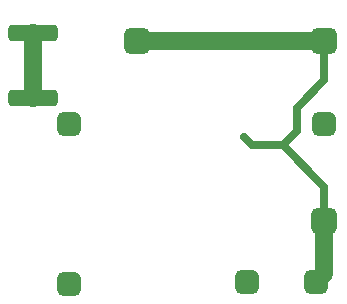
<source format=gbl>
G04 Layer_Physical_Order=2*
G04 Layer_Color=16711680*
%FSLAX44Y44*%
%MOMM*%
G71*
G01*
G75*
G04:AMPARAMS|DCode=12|XSize=4.2mm|YSize=1.4mm|CornerRadius=0.35mm|HoleSize=0mm|Usage=FLASHONLY|Rotation=0.000|XOffset=0mm|YOffset=0mm|HoleType=Round|Shape=RoundedRectangle|*
%AMROUNDEDRECTD12*
21,1,4.2000,0.7000,0,0,0.0*
21,1,3.5000,1.4000,0,0,0.0*
1,1,0.7000,1.7500,-0.3500*
1,1,0.7000,-1.7500,-0.3500*
1,1,0.7000,-1.7500,0.3500*
1,1,0.7000,1.7500,0.3500*
%
%ADD12ROUNDEDRECTD12*%
%ADD16C,0.7000*%
%ADD20C,1.5000*%
G04:AMPARAMS|DCode=21|XSize=2.2mm|YSize=2.2mm|CornerRadius=0.55mm|HoleSize=0mm|Usage=FLASHONLY|Rotation=0.000|XOffset=0mm|YOffset=0mm|HoleType=Round|Shape=RoundedRectangle|*
%AMROUNDEDRECTD21*
21,1,2.2000,1.1000,0,0,0.0*
21,1,1.1000,2.2000,0,0,0.0*
1,1,1.1000,0.5500,-0.5500*
1,1,1.1000,-0.5500,-0.5500*
1,1,1.1000,-0.5500,0.5500*
1,1,1.1000,0.5500,0.5500*
%
%ADD21ROUNDEDRECTD21*%
G04:AMPARAMS|DCode=22|XSize=2.2mm|YSize=2.2mm|CornerRadius=0.55mm|HoleSize=0mm|Usage=FLASHONLY|Rotation=270.000|XOffset=0mm|YOffset=0mm|HoleType=Round|Shape=RoundedRectangle|*
%AMROUNDEDRECTD22*
21,1,2.2000,1.1000,0,0,270.0*
21,1,1.1000,2.2000,0,0,270.0*
1,1,1.1000,-0.5500,-0.5500*
1,1,1.1000,-0.5500,0.5500*
1,1,1.1000,0.5500,0.5500*
1,1,1.1000,0.5500,-0.5500*
%
%ADD22ROUNDEDRECTD22*%
G04:AMPARAMS|DCode=23|XSize=2mm|YSize=2mm|CornerRadius=0.5mm|HoleSize=0mm|Usage=FLASHONLY|Rotation=0.000|XOffset=0mm|YOffset=0mm|HoleType=Round|Shape=RoundedRectangle|*
%AMROUNDEDRECTD23*
21,1,2.0000,1.0000,0,0,0.0*
21,1,1.0000,2.0000,0,0,0.0*
1,1,1.0000,0.5000,-0.5000*
1,1,1.0000,-0.5000,-0.5000*
1,1,1.0000,-0.5000,0.5000*
1,1,1.0000,0.5000,0.5000*
%
%ADD23ROUNDEDRECTD23*%
G04:AMPARAMS|DCode=24|XSize=2mm|YSize=2mm|CornerRadius=0.5mm|HoleSize=0mm|Usage=FLASHONLY|Rotation=270.000|XOffset=0mm|YOffset=0mm|HoleType=Round|Shape=RoundedRectangle|*
%AMROUNDEDRECTD24*
21,1,2.0000,1.0000,0,0,270.0*
21,1,1.0000,2.0000,0,0,270.0*
1,1,1.0000,-0.5000,-0.5000*
1,1,1.0000,-0.5000,0.5000*
1,1,1.0000,0.5000,0.5000*
1,1,1.0000,0.5000,-0.5000*
%
%ADD24ROUNDEDRECTD24*%
%ADD25C,1.2700*%
%ADD26C,0.4000*%
D12*
X21000Y263500D02*
D03*
Y208500D02*
D03*
D16*
X267000Y104000D02*
Y133000D01*
Y222990D02*
Y256500D01*
X232000Y168000D02*
X267000Y133000D01*
X244000Y180000D02*
Y199990D01*
X267000Y222990D01*
X232000Y168000D02*
X244000Y180000D01*
X206000Y168000D02*
X232000D01*
X199000Y175000D02*
X206000Y168000D01*
D20*
X109000Y256500D02*
X267000D01*
Y59000D02*
Y104000D01*
X260000Y52000D02*
X267000Y59000D01*
X21000Y208500D02*
Y263500D01*
D21*
X267000Y104000D02*
D03*
D22*
Y256500D02*
D03*
X109000D02*
D03*
D23*
X267000Y185990D02*
D03*
X260000Y52000D02*
D03*
X51000Y186000D02*
D03*
X201500Y52000D02*
D03*
D24*
X51000Y51000D02*
D03*
D25*
X21000Y208500D02*
D03*
Y263500D02*
D03*
D26*
X199000Y175000D02*
D03*
M02*

</source>
